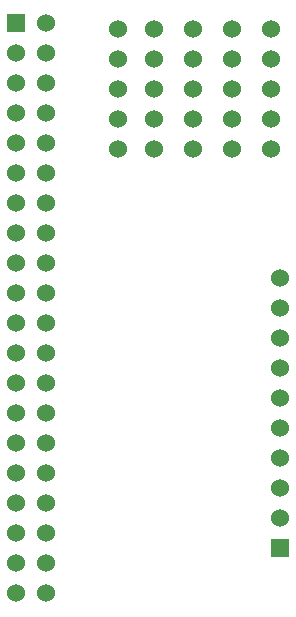
<source format=gbr>
%TF.GenerationSoftware,KiCad,Pcbnew,(5.1.9)-1*%
%TF.CreationDate,2021-07-27T17:11:52-05:00*%
%TF.ProjectId,THIS-Esquem_tico-KiCad,54484953-2d45-4737-9175-656de1746963,rev?*%
%TF.SameCoordinates,Original*%
%TF.FileFunction,Copper,L2,Bot*%
%TF.FilePolarity,Positive*%
%FSLAX46Y46*%
G04 Gerber Fmt 4.6, Leading zero omitted, Abs format (unit mm)*
G04 Created by KiCad (PCBNEW (5.1.9)-1) date 2021-07-27 17:11:52*
%MOMM*%
%LPD*%
G01*
G04 APERTURE LIST*
%TA.AperFunction,ComponentPad*%
%ADD10C,1.524000*%
%TD*%
%TA.AperFunction,ComponentPad*%
%ADD11R,1.524000X1.524000*%
%TD*%
G04 APERTURE END LIST*
D10*
%TO.P,SHIELD-RASP3,39*%
%TO.N,N/C*%
X131318000Y-98298000D03*
%TO.P,SHIELD-RASP3,37*%
X131318000Y-95758000D03*
%TO.P,SHIELD-RASP3,35*%
X131318000Y-93218000D03*
%TO.P,SHIELD-RASP3,33*%
X131318000Y-90678000D03*
%TO.P,SHIELD-RASP3,31*%
X131318000Y-88138000D03*
%TO.P,SHIELD-RASP3,29*%
X131318000Y-85598000D03*
%TO.P,SHIELD-RASP3,27*%
X131318000Y-83058000D03*
%TO.P,SHIELD-RASP3,25*%
X131318000Y-80518000D03*
%TO.P,SHIELD-RASP3,23*%
X131318000Y-77978000D03*
%TO.P,SHIELD-RASP3,21*%
X131318000Y-75438000D03*
%TO.P,SHIELD-RASP3,19*%
X131318000Y-72898000D03*
%TO.P,SHIELD-RASP3,17*%
X131318000Y-70358000D03*
%TO.P,SHIELD-RASP3,15*%
X131318000Y-67818000D03*
%TO.P,SHIELD-RASP3,13*%
X131318000Y-65278000D03*
%TO.P,SHIELD-RASP3,11*%
X131318000Y-62738000D03*
%TO.P,SHIELD-RASP3,9*%
X131318000Y-60198000D03*
%TO.P,SHIELD-RASP3,7*%
X131318000Y-57658000D03*
%TO.P,SHIELD-RASP3,5*%
X131318000Y-55118000D03*
%TO.P,SHIELD-RASP3,3*%
X131318000Y-52578000D03*
D11*
%TO.P,SHIELD-RASP3,1*%
X131318000Y-50038000D03*
D10*
%TO.P,SHIELD-RASP3,40*%
X133858000Y-98298000D03*
%TO.P,SHIELD-RASP3,38*%
X133858000Y-95758000D03*
%TO.P,SHIELD-RASP3,36*%
X133858000Y-93218000D03*
%TO.P,SHIELD-RASP3,34*%
X133858000Y-90678000D03*
%TO.P,SHIELD-RASP3,32*%
X133858000Y-88138000D03*
%TO.P,SHIELD-RASP3,30*%
X133858000Y-85598000D03*
%TO.P,SHIELD-RASP3,28*%
X133858000Y-83058000D03*
%TO.P,SHIELD-RASP3,26*%
X133858000Y-80518000D03*
%TO.P,SHIELD-RASP3,24*%
X133858000Y-77978000D03*
%TO.P,SHIELD-RASP3,22*%
X133858000Y-75438000D03*
%TO.P,SHIELD-RASP3,20*%
X133858000Y-72898000D03*
%TO.P,SHIELD-RASP3,18*%
X133858000Y-70358000D03*
%TO.P,SHIELD-RASP3,16*%
X133858000Y-67818000D03*
%TO.P,SHIELD-RASP3,14*%
X133858000Y-65278000D03*
%TO.P,SHIELD-RASP3,12*%
X133858000Y-62738000D03*
%TO.P,SHIELD-RASP3,10*%
X133858000Y-60198000D03*
%TO.P,SHIELD-RASP3,8*%
X133858000Y-57658000D03*
%TO.P,SHIELD-RASP3,6*%
X133858000Y-55118000D03*
%TO.P,SHIELD-RASP3,4*%
X133858000Y-52578000D03*
%TO.P,SHIELD-RASP3,2*%
X133858000Y-50038000D03*
%TD*%
%TO.P,ADS1115,10*%
%TO.N,N/C*%
X153670000Y-71628000D03*
%TO.P,ADS1115,9*%
X153670000Y-74168000D03*
%TO.P,ADS1115,8*%
X153670000Y-76708000D03*
%TO.P,ADS1115,7*%
X153670000Y-79248000D03*
%TO.P,ADS1115,6*%
X153670000Y-81788000D03*
%TO.P,ADS1115,5*%
X153670000Y-84328000D03*
%TO.P,ADS1115,4*%
X153670000Y-86868000D03*
%TO.P,ADS1115,3*%
X153670000Y-89408000D03*
%TO.P,ADS1115,2*%
X153670000Y-91948000D03*
D11*
%TO.P,ADS1115,1*%
X153670000Y-94488000D03*
%TD*%
D10*
%TO.P,SHIELD5X5,2*%
%TO.N,N/C*%
X139954000Y-58166000D03*
%TO.P,SHIELD5X5,3*%
X139954000Y-55626000D03*
%TO.P,SHIELD5X5,5*%
X139954000Y-50546000D03*
%TO.P,SHIELD5X5,1*%
X139954000Y-60706000D03*
%TO.P,SHIELD5X5,4*%
X139954000Y-53086000D03*
%TO.P,SHIELD5X5,2*%
X143002000Y-58166000D03*
%TO.P,SHIELD5X5,3*%
X143002000Y-55626000D03*
%TO.P,SHIELD5X5,5*%
X143002000Y-50546000D03*
%TO.P,SHIELD5X5,1*%
X143002000Y-60706000D03*
%TO.P,SHIELD5X5,4*%
X143002000Y-53086000D03*
%TO.P,SHIELD5X5,2*%
X146304000Y-58166000D03*
%TO.P,SHIELD5X5,3*%
X146304000Y-55626000D03*
%TO.P,SHIELD5X5,5*%
X146304000Y-50546000D03*
%TO.P,SHIELD5X5,1*%
X146304000Y-60706000D03*
%TO.P,SHIELD5X5,4*%
X146304000Y-53086000D03*
%TO.P,SHIELD5X5,2*%
X149606000Y-58166000D03*
%TO.P,SHIELD5X5,3*%
X149606000Y-55626000D03*
%TO.P,SHIELD5X5,5*%
X149606000Y-50546000D03*
%TO.P,SHIELD5X5,1*%
X149606000Y-60706000D03*
%TO.P,SHIELD5X5,4*%
X149606000Y-53086000D03*
%TO.P,SHIELD5X5,5*%
X152908000Y-50546000D03*
%TO.P,SHIELD5X5,4*%
X152908000Y-53086000D03*
%TO.P,SHIELD5X5,3*%
X152908000Y-55626000D03*
%TO.P,SHIELD5X5,2*%
X152908000Y-58166000D03*
%TO.P,SHIELD5X5,1*%
X152908000Y-60706000D03*
%TD*%
M02*

</source>
